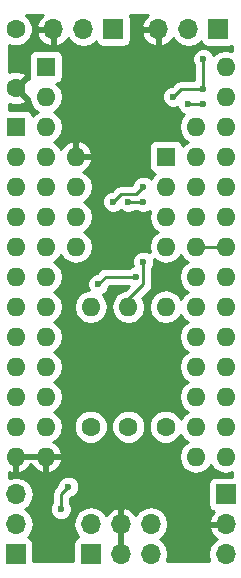
<source format=gbl>
G04 #@! TF.FileFunction,Copper,L2,Bot,Signal*
%FSLAX46Y46*%
G04 Gerber Fmt 4.6, Leading zero omitted, Abs format (unit mm)*
G04 Created by KiCad (PCBNEW 4.0.7) date 06/27/19 13:37:23*
%MOMM*%
%LPD*%
G01*
G04 APERTURE LIST*
%ADD10C,0.100000*%
%ADD11R,1.700000X1.700000*%
%ADD12O,1.700000X1.700000*%
%ADD13C,1.600000*%
%ADD14O,1.600000X1.600000*%
%ADD15R,1.600000X1.600000*%
%ADD16C,0.600000*%
%ADD17C,0.250000*%
%ADD18C,0.254000*%
G04 APERTURE END LIST*
D10*
D11*
X78105000Y-65405000D03*
D12*
X75565000Y-65405000D03*
X73025000Y-65405000D03*
D11*
X86995000Y-65405000D03*
D12*
X84455000Y-65405000D03*
X81915000Y-65405000D03*
D13*
X76200000Y-99060000D03*
D14*
X76200000Y-88900000D03*
D13*
X79375000Y-99060000D03*
D14*
X79375000Y-88900000D03*
D13*
X69850000Y-65405000D03*
X69850000Y-70405000D03*
D11*
X76200000Y-109855000D03*
D12*
X76200000Y-107315000D03*
X78740000Y-109855000D03*
X78740000Y-107315000D03*
X81280000Y-109855000D03*
X81280000Y-107315000D03*
D13*
X82550000Y-99060000D03*
D14*
X82550000Y-88900000D03*
D15*
X82550000Y-76200000D03*
D14*
X74930000Y-83820000D03*
X82550000Y-78740000D03*
X74930000Y-81280000D03*
X82550000Y-81280000D03*
X74930000Y-78740000D03*
X82550000Y-83820000D03*
X74930000Y-76200000D03*
D15*
X69850000Y-73660000D03*
D14*
X85090000Y-101600000D03*
X69850000Y-76200000D03*
X85090000Y-99060000D03*
X69850000Y-78740000D03*
X85090000Y-96520000D03*
X69850000Y-81280000D03*
X85090000Y-93980000D03*
X69850000Y-83820000D03*
X85090000Y-91440000D03*
X69850000Y-86360000D03*
X85090000Y-88900000D03*
X69850000Y-88900000D03*
X85090000Y-86360000D03*
X69850000Y-91440000D03*
X85090000Y-83820000D03*
X69850000Y-93980000D03*
X85090000Y-81280000D03*
X69850000Y-96520000D03*
X85090000Y-78740000D03*
X69850000Y-99060000D03*
X85090000Y-76200000D03*
X69850000Y-101600000D03*
X85090000Y-73660000D03*
D15*
X72390000Y-68580000D03*
D14*
X87630000Y-101600000D03*
X72390000Y-71120000D03*
X87630000Y-99060000D03*
X72390000Y-73660000D03*
X87630000Y-96520000D03*
X72390000Y-76200000D03*
X87630000Y-93980000D03*
X72390000Y-78740000D03*
X87630000Y-91440000D03*
X72390000Y-81280000D03*
X87630000Y-88900000D03*
X72390000Y-83820000D03*
X87630000Y-86360000D03*
X72390000Y-86360000D03*
X87630000Y-83820000D03*
X72390000Y-88900000D03*
X87630000Y-81280000D03*
X72390000Y-91440000D03*
X87630000Y-78740000D03*
X72390000Y-93980000D03*
X87630000Y-76200000D03*
X72390000Y-96520000D03*
X87630000Y-73660000D03*
X72390000Y-99060000D03*
X87630000Y-71120000D03*
X72390000Y-101600000D03*
X87630000Y-68580000D03*
D11*
X87630000Y-104775000D03*
D12*
X87630000Y-107315000D03*
X87630000Y-109855000D03*
D11*
X69850000Y-109855000D03*
D12*
X69850000Y-107315000D03*
X69850000Y-104775000D03*
D16*
X83185000Y-90805000D03*
X80645000Y-85090000D03*
X85725000Y-71755000D03*
X84455000Y-71755000D03*
X78105000Y-80010000D03*
X80645000Y-78740000D03*
X83185000Y-71120000D03*
X85725000Y-67945000D03*
X85725000Y-70485000D03*
X79375000Y-80010000D03*
X80645000Y-80010000D03*
X73660000Y-106045000D03*
X74295000Y-104140000D03*
X80010000Y-86360000D03*
X76835000Y-86995000D03*
D17*
X79375000Y-88265000D02*
X80645000Y-86995000D01*
X79375000Y-88900000D02*
X79375000Y-88265000D01*
X80645000Y-86995000D02*
X80645000Y-85090000D01*
X85725000Y-71755000D02*
X84455000Y-71755000D01*
X78105000Y-80010000D02*
X78740000Y-79375000D01*
X78740000Y-79375000D02*
X80010000Y-79375000D01*
X80010000Y-79375000D02*
X80645000Y-78740000D01*
X83185000Y-71120000D02*
X83820000Y-70485000D01*
X83820000Y-70485000D02*
X85725000Y-70485000D01*
X85725000Y-67945000D02*
X85725000Y-70485000D01*
X87630000Y-83820000D02*
X86360000Y-83820000D01*
X86360000Y-83820000D02*
X85090000Y-83820000D01*
X86995000Y-83820000D02*
X87630000Y-83820000D01*
X80645000Y-80010000D02*
X79375000Y-80010000D01*
X73660000Y-104775000D02*
X73660000Y-106045000D01*
X74295000Y-104140000D02*
X73660000Y-104775000D01*
X80010000Y-86360000D02*
X77470000Y-86360000D01*
X77470000Y-86360000D02*
X76835000Y-86995000D01*
D18*
G36*
X71829817Y-64523642D02*
X71583514Y-65048108D01*
X71704181Y-65278000D01*
X72898000Y-65278000D01*
X72898000Y-65258000D01*
X73152000Y-65258000D01*
X73152000Y-65278000D01*
X73172000Y-65278000D01*
X73172000Y-65532000D01*
X73152000Y-65532000D01*
X73152000Y-66725155D01*
X73381890Y-66846476D01*
X73791924Y-66676645D01*
X74220183Y-66286358D01*
X74287298Y-66143447D01*
X74514946Y-66484147D01*
X74996715Y-66806054D01*
X75565000Y-66919093D01*
X76133285Y-66806054D01*
X76615054Y-66484147D01*
X76642850Y-66442548D01*
X76651838Y-66490317D01*
X76790910Y-66706441D01*
X77003110Y-66851431D01*
X77255000Y-66902440D01*
X78955000Y-66902440D01*
X79190317Y-66858162D01*
X79406441Y-66719090D01*
X79551431Y-66506890D01*
X79602440Y-66255000D01*
X79602440Y-65761892D01*
X80473514Y-65761892D01*
X80719817Y-66286358D01*
X81148076Y-66676645D01*
X81558110Y-66846476D01*
X81788000Y-66725155D01*
X81788000Y-65532000D01*
X80594181Y-65532000D01*
X80473514Y-65761892D01*
X79602440Y-65761892D01*
X79602440Y-64555000D01*
X79558162Y-64319683D01*
X79487583Y-64210000D01*
X81063974Y-64210000D01*
X80719817Y-64523642D01*
X80473514Y-65048108D01*
X80594181Y-65278000D01*
X81788000Y-65278000D01*
X81788000Y-65258000D01*
X82042000Y-65258000D01*
X82042000Y-65278000D01*
X82062000Y-65278000D01*
X82062000Y-65532000D01*
X82042000Y-65532000D01*
X82042000Y-66725155D01*
X82271890Y-66846476D01*
X82681924Y-66676645D01*
X83110183Y-66286358D01*
X83177298Y-66143447D01*
X83404946Y-66484147D01*
X83886715Y-66806054D01*
X84455000Y-66919093D01*
X85023285Y-66806054D01*
X85505054Y-66484147D01*
X85532850Y-66442548D01*
X85541838Y-66490317D01*
X85680910Y-66706441D01*
X85893110Y-66851431D01*
X86145000Y-66902440D01*
X87845000Y-66902440D01*
X88080317Y-66858162D01*
X88190000Y-66787583D01*
X88190000Y-67250799D01*
X87658113Y-67145000D01*
X87601887Y-67145000D01*
X87052736Y-67254233D01*
X86587189Y-67565302D01*
X86582613Y-67572150D01*
X86518117Y-67416057D01*
X86255327Y-67152808D01*
X85911799Y-67010162D01*
X85539833Y-67009838D01*
X85196057Y-67151883D01*
X84932808Y-67414673D01*
X84790162Y-67758201D01*
X84789838Y-68130167D01*
X84931883Y-68473943D01*
X84965000Y-68507118D01*
X84965000Y-69725000D01*
X83820000Y-69725000D01*
X83529161Y-69782852D01*
X83282599Y-69947599D01*
X83045320Y-70184878D01*
X82999833Y-70184838D01*
X82656057Y-70326883D01*
X82392808Y-70589673D01*
X82250162Y-70933201D01*
X82249838Y-71305167D01*
X82391883Y-71648943D01*
X82654673Y-71912192D01*
X82998201Y-72054838D01*
X83370167Y-72055162D01*
X83538597Y-71985568D01*
X83661883Y-72283943D01*
X83924673Y-72547192D01*
X84090789Y-72616170D01*
X84047189Y-72645302D01*
X83736120Y-73110849D01*
X83626887Y-73660000D01*
X83736120Y-74209151D01*
X84047189Y-74674698D01*
X84429275Y-74930000D01*
X84047189Y-75185302D01*
X83976850Y-75290572D01*
X83953162Y-75164683D01*
X83814090Y-74948559D01*
X83601890Y-74803569D01*
X83350000Y-74752560D01*
X81750000Y-74752560D01*
X81514683Y-74796838D01*
X81298559Y-74935910D01*
X81153569Y-75148110D01*
X81102560Y-75400000D01*
X81102560Y-77000000D01*
X81146838Y-77235317D01*
X81285910Y-77451441D01*
X81498110Y-77596431D01*
X81653089Y-77627815D01*
X81507189Y-77725302D01*
X81285063Y-78057736D01*
X81175327Y-77947808D01*
X80831799Y-77805162D01*
X80459833Y-77804838D01*
X80116057Y-77946883D01*
X79852808Y-78209673D01*
X79710162Y-78553201D01*
X79710121Y-78600077D01*
X79695198Y-78615000D01*
X78740000Y-78615000D01*
X78449161Y-78672852D01*
X78202599Y-78837599D01*
X77965320Y-79074878D01*
X77919833Y-79074838D01*
X77576057Y-79216883D01*
X77312808Y-79479673D01*
X77170162Y-79823201D01*
X77169838Y-80195167D01*
X77311883Y-80538943D01*
X77574673Y-80802192D01*
X77918201Y-80944838D01*
X78290167Y-80945162D01*
X78633943Y-80803117D01*
X78739954Y-80697290D01*
X78844673Y-80802192D01*
X79188201Y-80944838D01*
X79560167Y-80945162D01*
X79903943Y-80803117D01*
X79937118Y-80770000D01*
X80082537Y-80770000D01*
X80114673Y-80802192D01*
X80458201Y-80944838D01*
X80830167Y-80945162D01*
X81173943Y-80803117D01*
X81183678Y-80793399D01*
X81086887Y-81280000D01*
X81196120Y-81829151D01*
X81507189Y-82294698D01*
X81889275Y-82550000D01*
X81507189Y-82805302D01*
X81196120Y-83270849D01*
X81086887Y-83820000D01*
X81183572Y-84306067D01*
X81175327Y-84297808D01*
X80831799Y-84155162D01*
X80459833Y-84154838D01*
X80116057Y-84296883D01*
X79852808Y-84559673D01*
X79710162Y-84903201D01*
X79709838Y-85275167D01*
X79779432Y-85443597D01*
X79481057Y-85566883D01*
X79447882Y-85600000D01*
X77470000Y-85600000D01*
X77179161Y-85657852D01*
X76932599Y-85822599D01*
X76695320Y-86059878D01*
X76649833Y-86059838D01*
X76306057Y-86201883D01*
X76042808Y-86464673D01*
X75900162Y-86808201D01*
X75899838Y-87180167D01*
X76020653Y-87472561D01*
X75650849Y-87546120D01*
X75185302Y-87857189D01*
X74874233Y-88322736D01*
X74765000Y-88871887D01*
X74765000Y-88928113D01*
X74874233Y-89477264D01*
X75185302Y-89942811D01*
X75650849Y-90253880D01*
X76200000Y-90363113D01*
X76749151Y-90253880D01*
X77214698Y-89942811D01*
X77525767Y-89477264D01*
X77635000Y-88928113D01*
X77635000Y-88871887D01*
X77525767Y-88322736D01*
X77214698Y-87857189D01*
X77207850Y-87852613D01*
X77363943Y-87788117D01*
X77627192Y-87525327D01*
X77769838Y-87181799D01*
X77769879Y-87134923D01*
X77784802Y-87120000D01*
X79445198Y-87120000D01*
X79067057Y-87498141D01*
X78825849Y-87546120D01*
X78360302Y-87857189D01*
X78049233Y-88322736D01*
X77940000Y-88871887D01*
X77940000Y-88928113D01*
X78049233Y-89477264D01*
X78360302Y-89942811D01*
X78825849Y-90253880D01*
X79375000Y-90363113D01*
X79924151Y-90253880D01*
X80389698Y-89942811D01*
X80700767Y-89477264D01*
X80810000Y-88928113D01*
X80810000Y-88871887D01*
X80700767Y-88322736D01*
X80577119Y-88137683D01*
X81182401Y-87532401D01*
X81347148Y-87285840D01*
X81405000Y-86995000D01*
X81405000Y-85652463D01*
X81437192Y-85620327D01*
X81579838Y-85276799D01*
X81580162Y-84904833D01*
X81567961Y-84875305D01*
X81972736Y-85145767D01*
X82521887Y-85255000D01*
X82578113Y-85255000D01*
X83127264Y-85145767D01*
X83592811Y-84834698D01*
X83820000Y-84494686D01*
X84047189Y-84834698D01*
X84429275Y-85090000D01*
X84047189Y-85345302D01*
X83736120Y-85810849D01*
X83626887Y-86360000D01*
X83736120Y-86909151D01*
X84047189Y-87374698D01*
X84429275Y-87630000D01*
X84047189Y-87885302D01*
X83815336Y-88232294D01*
X83564698Y-87857189D01*
X83099151Y-87546120D01*
X82550000Y-87436887D01*
X82000849Y-87546120D01*
X81535302Y-87857189D01*
X81224233Y-88322736D01*
X81115000Y-88871887D01*
X81115000Y-88928113D01*
X81224233Y-89477264D01*
X81535302Y-89942811D01*
X82000849Y-90253880D01*
X82550000Y-90363113D01*
X83099151Y-90253880D01*
X83564698Y-89942811D01*
X83815336Y-89567706D01*
X84047189Y-89914698D01*
X84429275Y-90170000D01*
X84047189Y-90425302D01*
X83736120Y-90890849D01*
X83626887Y-91440000D01*
X83736120Y-91989151D01*
X84047189Y-92454698D01*
X84429275Y-92710000D01*
X84047189Y-92965302D01*
X83736120Y-93430849D01*
X83626887Y-93980000D01*
X83736120Y-94529151D01*
X84047189Y-94994698D01*
X84429275Y-95250000D01*
X84047189Y-95505302D01*
X83736120Y-95970849D01*
X83626887Y-96520000D01*
X83736120Y-97069151D01*
X84047189Y-97534698D01*
X84429275Y-97790000D01*
X84047189Y-98045302D01*
X83822408Y-98381710D01*
X83767243Y-98248200D01*
X83363923Y-97844176D01*
X82836691Y-97625250D01*
X82265813Y-97624752D01*
X81738200Y-97842757D01*
X81334176Y-98246077D01*
X81115250Y-98773309D01*
X81114752Y-99344187D01*
X81332757Y-99871800D01*
X81736077Y-100275824D01*
X82263309Y-100494750D01*
X82834187Y-100495248D01*
X83361800Y-100277243D01*
X83765824Y-99873923D01*
X83822245Y-99738046D01*
X84047189Y-100074698D01*
X84429275Y-100330000D01*
X84047189Y-100585302D01*
X83736120Y-101050849D01*
X83626887Y-101600000D01*
X83736120Y-102149151D01*
X84047189Y-102614698D01*
X84512736Y-102925767D01*
X85061887Y-103035000D01*
X85118113Y-103035000D01*
X85667264Y-102925767D01*
X86132811Y-102614698D01*
X86360000Y-102274686D01*
X86587189Y-102614698D01*
X87052736Y-102925767D01*
X87601887Y-103035000D01*
X87658113Y-103035000D01*
X88190000Y-102929201D01*
X88190000Y-103277560D01*
X86780000Y-103277560D01*
X86544683Y-103321838D01*
X86328559Y-103460910D01*
X86183569Y-103673110D01*
X86132560Y-103925000D01*
X86132560Y-105625000D01*
X86176838Y-105860317D01*
X86315910Y-106076441D01*
X86528110Y-106221431D01*
X86636107Y-106243301D01*
X86358355Y-106548076D01*
X86188524Y-106958110D01*
X86309845Y-107188000D01*
X87503000Y-107188000D01*
X87503000Y-107168000D01*
X87757000Y-107168000D01*
X87757000Y-107188000D01*
X87777000Y-107188000D01*
X87777000Y-107442000D01*
X87757000Y-107442000D01*
X87757000Y-107462000D01*
X87503000Y-107462000D01*
X87503000Y-107442000D01*
X86309845Y-107442000D01*
X86188524Y-107671890D01*
X86358355Y-108081924D01*
X86748642Y-108510183D01*
X86891553Y-108577298D01*
X86550853Y-108804946D01*
X86228946Y-109286715D01*
X86115907Y-109855000D01*
X86227298Y-110415000D01*
X82659396Y-110415000D01*
X82765000Y-109884093D01*
X82765000Y-109825907D01*
X82651961Y-109257622D01*
X82330054Y-108775853D01*
X82044422Y-108585000D01*
X82330054Y-108394147D01*
X82651961Y-107912378D01*
X82765000Y-107344093D01*
X82765000Y-107285907D01*
X82651961Y-106717622D01*
X82330054Y-106235853D01*
X81848285Y-105913946D01*
X81280000Y-105800907D01*
X80711715Y-105913946D01*
X80229946Y-106235853D01*
X80002298Y-106576553D01*
X79935183Y-106433642D01*
X79506924Y-106043355D01*
X79096890Y-105873524D01*
X78867000Y-105994845D01*
X78867000Y-107188000D01*
X78887000Y-107188000D01*
X78887000Y-107442000D01*
X78867000Y-107442000D01*
X78867000Y-109728000D01*
X78887000Y-109728000D01*
X78887000Y-109982000D01*
X78867000Y-109982000D01*
X78867000Y-110002000D01*
X78613000Y-110002000D01*
X78613000Y-109982000D01*
X78593000Y-109982000D01*
X78593000Y-109728000D01*
X78613000Y-109728000D01*
X78613000Y-107442000D01*
X78593000Y-107442000D01*
X78593000Y-107188000D01*
X78613000Y-107188000D01*
X78613000Y-105994845D01*
X78383110Y-105873524D01*
X77973076Y-106043355D01*
X77544817Y-106433642D01*
X77477702Y-106576553D01*
X77250054Y-106235853D01*
X76768285Y-105913946D01*
X76200000Y-105800907D01*
X75631715Y-105913946D01*
X75149946Y-106235853D01*
X74828039Y-106717622D01*
X74715000Y-107285907D01*
X74715000Y-107344093D01*
X74828039Y-107912378D01*
X75149946Y-108394147D01*
X75151179Y-108394971D01*
X75114683Y-108401838D01*
X74898559Y-108540910D01*
X74753569Y-108753110D01*
X74702560Y-109005000D01*
X74702560Y-110415000D01*
X71347440Y-110415000D01*
X71347440Y-109005000D01*
X71303162Y-108769683D01*
X71164090Y-108553559D01*
X70951890Y-108408569D01*
X70884459Y-108394914D01*
X70929147Y-108365054D01*
X71251054Y-107883285D01*
X71364093Y-107315000D01*
X71251054Y-106746715D01*
X70929147Y-106264946D01*
X70877097Y-106230167D01*
X72724838Y-106230167D01*
X72866883Y-106573943D01*
X73129673Y-106837192D01*
X73473201Y-106979838D01*
X73845167Y-106980162D01*
X74188943Y-106838117D01*
X74452192Y-106575327D01*
X74594838Y-106231799D01*
X74595162Y-105859833D01*
X74453117Y-105516057D01*
X74420000Y-105482882D01*
X74420000Y-105089802D01*
X74434680Y-105075122D01*
X74480167Y-105075162D01*
X74823943Y-104933117D01*
X75087192Y-104670327D01*
X75229838Y-104326799D01*
X75230162Y-103954833D01*
X75088117Y-103611057D01*
X74825327Y-103347808D01*
X74481799Y-103205162D01*
X74109833Y-103204838D01*
X73766057Y-103346883D01*
X73502808Y-103609673D01*
X73360162Y-103953201D01*
X73360121Y-104000077D01*
X73122599Y-104237599D01*
X72957852Y-104484161D01*
X72900000Y-104775000D01*
X72900000Y-105482537D01*
X72867808Y-105514673D01*
X72725162Y-105858201D01*
X72724838Y-106230167D01*
X70877097Y-106230167D01*
X70599974Y-106045000D01*
X70929147Y-105825054D01*
X71251054Y-105343285D01*
X71364093Y-104775000D01*
X71251054Y-104206715D01*
X70929147Y-103724946D01*
X70447378Y-103403039D01*
X69879093Y-103290000D01*
X69820907Y-103290000D01*
X69290000Y-103395604D01*
X69290000Y-102892071D01*
X69500959Y-102991914D01*
X69723000Y-102870629D01*
X69723000Y-101727000D01*
X69977000Y-101727000D01*
X69977000Y-102870629D01*
X70199041Y-102991914D01*
X70705134Y-102752389D01*
X71081041Y-102337423D01*
X71120000Y-102243361D01*
X71158959Y-102337423D01*
X71534866Y-102752389D01*
X72040959Y-102991914D01*
X72263000Y-102870629D01*
X72263000Y-101727000D01*
X72517000Y-101727000D01*
X72517000Y-102870629D01*
X72739041Y-102991914D01*
X73245134Y-102752389D01*
X73621041Y-102337423D01*
X73781904Y-101949039D01*
X73659915Y-101727000D01*
X72517000Y-101727000D01*
X72263000Y-101727000D01*
X71120085Y-101727000D01*
X71120000Y-101727155D01*
X71119915Y-101727000D01*
X69977000Y-101727000D01*
X69723000Y-101727000D01*
X69703000Y-101727000D01*
X69703000Y-101473000D01*
X69723000Y-101473000D01*
X69723000Y-101453000D01*
X69977000Y-101453000D01*
X69977000Y-101473000D01*
X71119915Y-101473000D01*
X71120000Y-101472845D01*
X71120085Y-101473000D01*
X72263000Y-101473000D01*
X72263000Y-101453000D01*
X72517000Y-101453000D01*
X72517000Y-101473000D01*
X73659915Y-101473000D01*
X73781904Y-101250961D01*
X73621041Y-100862577D01*
X73245134Y-100447611D01*
X73028297Y-100344986D01*
X73432811Y-100074698D01*
X73743880Y-99609151D01*
X73796584Y-99344187D01*
X74764752Y-99344187D01*
X74982757Y-99871800D01*
X75386077Y-100275824D01*
X75913309Y-100494750D01*
X76484187Y-100495248D01*
X77011800Y-100277243D01*
X77415824Y-99873923D01*
X77634750Y-99346691D01*
X77634752Y-99344187D01*
X77939752Y-99344187D01*
X78157757Y-99871800D01*
X78561077Y-100275824D01*
X79088309Y-100494750D01*
X79659187Y-100495248D01*
X80186800Y-100277243D01*
X80590824Y-99873923D01*
X80809750Y-99346691D01*
X80810248Y-98775813D01*
X80592243Y-98248200D01*
X80188923Y-97844176D01*
X79661691Y-97625250D01*
X79090813Y-97624752D01*
X78563200Y-97842757D01*
X78159176Y-98246077D01*
X77940250Y-98773309D01*
X77939752Y-99344187D01*
X77634752Y-99344187D01*
X77635248Y-98775813D01*
X77417243Y-98248200D01*
X77013923Y-97844176D01*
X76486691Y-97625250D01*
X75915813Y-97624752D01*
X75388200Y-97842757D01*
X74984176Y-98246077D01*
X74765250Y-98773309D01*
X74764752Y-99344187D01*
X73796584Y-99344187D01*
X73853113Y-99060000D01*
X73743880Y-98510849D01*
X73432811Y-98045302D01*
X73050725Y-97790000D01*
X73432811Y-97534698D01*
X73743880Y-97069151D01*
X73853113Y-96520000D01*
X73743880Y-95970849D01*
X73432811Y-95505302D01*
X73050725Y-95250000D01*
X73432811Y-94994698D01*
X73743880Y-94529151D01*
X73853113Y-93980000D01*
X73743880Y-93430849D01*
X73432811Y-92965302D01*
X73050725Y-92710000D01*
X73432811Y-92454698D01*
X73743880Y-91989151D01*
X73853113Y-91440000D01*
X73743880Y-90890849D01*
X73432811Y-90425302D01*
X73050725Y-90170000D01*
X73432811Y-89914698D01*
X73743880Y-89449151D01*
X73853113Y-88900000D01*
X73743880Y-88350849D01*
X73432811Y-87885302D01*
X73050725Y-87630000D01*
X73432811Y-87374698D01*
X73743880Y-86909151D01*
X73853113Y-86360000D01*
X73743880Y-85810849D01*
X73432811Y-85345302D01*
X73050725Y-85090000D01*
X73432811Y-84834698D01*
X73660000Y-84494686D01*
X73887189Y-84834698D01*
X74352736Y-85145767D01*
X74901887Y-85255000D01*
X74958113Y-85255000D01*
X75507264Y-85145767D01*
X75972811Y-84834698D01*
X76283880Y-84369151D01*
X76393113Y-83820000D01*
X76283880Y-83270849D01*
X75972811Y-82805302D01*
X75590725Y-82550000D01*
X75972811Y-82294698D01*
X76283880Y-81829151D01*
X76393113Y-81280000D01*
X76283880Y-80730849D01*
X75972811Y-80265302D01*
X75590725Y-80010000D01*
X75972811Y-79754698D01*
X76283880Y-79289151D01*
X76393113Y-78740000D01*
X76283880Y-78190849D01*
X75972811Y-77725302D01*
X75568297Y-77455014D01*
X75785134Y-77352389D01*
X76161041Y-76937423D01*
X76321904Y-76549039D01*
X76199915Y-76327000D01*
X75057000Y-76327000D01*
X75057000Y-76347000D01*
X74803000Y-76347000D01*
X74803000Y-76327000D01*
X74783000Y-76327000D01*
X74783000Y-76073000D01*
X74803000Y-76073000D01*
X74803000Y-74929371D01*
X75057000Y-74929371D01*
X75057000Y-76073000D01*
X76199915Y-76073000D01*
X76321904Y-75850961D01*
X76161041Y-75462577D01*
X75785134Y-75047611D01*
X75279041Y-74808086D01*
X75057000Y-74929371D01*
X74803000Y-74929371D01*
X74580959Y-74808086D01*
X74074866Y-75047611D01*
X73698959Y-75462577D01*
X73668009Y-75537301D01*
X73432811Y-75185302D01*
X73050725Y-74930000D01*
X73432811Y-74674698D01*
X73743880Y-74209151D01*
X73853113Y-73660000D01*
X73743880Y-73110849D01*
X73432811Y-72645302D01*
X73050725Y-72390000D01*
X73432811Y-72134698D01*
X73743880Y-71669151D01*
X73853113Y-71120000D01*
X73743880Y-70570849D01*
X73432811Y-70105302D01*
X73288535Y-70008899D01*
X73425317Y-69983162D01*
X73641441Y-69844090D01*
X73786431Y-69631890D01*
X73837440Y-69380000D01*
X73837440Y-67780000D01*
X73793162Y-67544683D01*
X73654090Y-67328559D01*
X73441890Y-67183569D01*
X73190000Y-67132560D01*
X71590000Y-67132560D01*
X71354683Y-67176838D01*
X71138559Y-67315910D01*
X70993569Y-67528110D01*
X70942560Y-67780000D01*
X70942560Y-69380000D01*
X70986838Y-69615317D01*
X70987180Y-69615848D01*
X70857745Y-69576861D01*
X70029605Y-70405000D01*
X70857745Y-71233139D01*
X70944211Y-71207094D01*
X71036120Y-71669151D01*
X71347189Y-72134698D01*
X71729275Y-72390000D01*
X71347189Y-72645302D01*
X71276850Y-72750572D01*
X71253162Y-72624683D01*
X71114090Y-72408559D01*
X70901890Y-72263569D01*
X70650000Y-72212560D01*
X69290000Y-72212560D01*
X69290000Y-71728597D01*
X69633223Y-71851965D01*
X70203454Y-71824778D01*
X70604005Y-71658864D01*
X70678139Y-71412745D01*
X69850000Y-70584605D01*
X69835858Y-70598748D01*
X69656253Y-70419143D01*
X69670395Y-70405000D01*
X69656253Y-70390858D01*
X69835858Y-70211252D01*
X69850000Y-70225395D01*
X70678139Y-69397255D01*
X70604005Y-69151136D01*
X70066777Y-68958035D01*
X69496546Y-68985222D01*
X69290000Y-69070776D01*
X69290000Y-66726262D01*
X69563309Y-66839750D01*
X70134187Y-66840248D01*
X70661800Y-66622243D01*
X71065824Y-66218923D01*
X71255599Y-65761892D01*
X71583514Y-65761892D01*
X71829817Y-66286358D01*
X72258076Y-66676645D01*
X72668110Y-66846476D01*
X72898000Y-66725155D01*
X72898000Y-65532000D01*
X71704181Y-65532000D01*
X71583514Y-65761892D01*
X71255599Y-65761892D01*
X71284750Y-65691691D01*
X71285248Y-65120813D01*
X71067243Y-64593200D01*
X70684711Y-64210000D01*
X72173974Y-64210000D01*
X71829817Y-64523642D01*
X71829817Y-64523642D01*
G37*
X71829817Y-64523642D02*
X71583514Y-65048108D01*
X71704181Y-65278000D01*
X72898000Y-65278000D01*
X72898000Y-65258000D01*
X73152000Y-65258000D01*
X73152000Y-65278000D01*
X73172000Y-65278000D01*
X73172000Y-65532000D01*
X73152000Y-65532000D01*
X73152000Y-66725155D01*
X73381890Y-66846476D01*
X73791924Y-66676645D01*
X74220183Y-66286358D01*
X74287298Y-66143447D01*
X74514946Y-66484147D01*
X74996715Y-66806054D01*
X75565000Y-66919093D01*
X76133285Y-66806054D01*
X76615054Y-66484147D01*
X76642850Y-66442548D01*
X76651838Y-66490317D01*
X76790910Y-66706441D01*
X77003110Y-66851431D01*
X77255000Y-66902440D01*
X78955000Y-66902440D01*
X79190317Y-66858162D01*
X79406441Y-66719090D01*
X79551431Y-66506890D01*
X79602440Y-66255000D01*
X79602440Y-65761892D01*
X80473514Y-65761892D01*
X80719817Y-66286358D01*
X81148076Y-66676645D01*
X81558110Y-66846476D01*
X81788000Y-66725155D01*
X81788000Y-65532000D01*
X80594181Y-65532000D01*
X80473514Y-65761892D01*
X79602440Y-65761892D01*
X79602440Y-64555000D01*
X79558162Y-64319683D01*
X79487583Y-64210000D01*
X81063974Y-64210000D01*
X80719817Y-64523642D01*
X80473514Y-65048108D01*
X80594181Y-65278000D01*
X81788000Y-65278000D01*
X81788000Y-65258000D01*
X82042000Y-65258000D01*
X82042000Y-65278000D01*
X82062000Y-65278000D01*
X82062000Y-65532000D01*
X82042000Y-65532000D01*
X82042000Y-66725155D01*
X82271890Y-66846476D01*
X82681924Y-66676645D01*
X83110183Y-66286358D01*
X83177298Y-66143447D01*
X83404946Y-66484147D01*
X83886715Y-66806054D01*
X84455000Y-66919093D01*
X85023285Y-66806054D01*
X85505054Y-66484147D01*
X85532850Y-66442548D01*
X85541838Y-66490317D01*
X85680910Y-66706441D01*
X85893110Y-66851431D01*
X86145000Y-66902440D01*
X87845000Y-66902440D01*
X88080317Y-66858162D01*
X88190000Y-66787583D01*
X88190000Y-67250799D01*
X87658113Y-67145000D01*
X87601887Y-67145000D01*
X87052736Y-67254233D01*
X86587189Y-67565302D01*
X86582613Y-67572150D01*
X86518117Y-67416057D01*
X86255327Y-67152808D01*
X85911799Y-67010162D01*
X85539833Y-67009838D01*
X85196057Y-67151883D01*
X84932808Y-67414673D01*
X84790162Y-67758201D01*
X84789838Y-68130167D01*
X84931883Y-68473943D01*
X84965000Y-68507118D01*
X84965000Y-69725000D01*
X83820000Y-69725000D01*
X83529161Y-69782852D01*
X83282599Y-69947599D01*
X83045320Y-70184878D01*
X82999833Y-70184838D01*
X82656057Y-70326883D01*
X82392808Y-70589673D01*
X82250162Y-70933201D01*
X82249838Y-71305167D01*
X82391883Y-71648943D01*
X82654673Y-71912192D01*
X82998201Y-72054838D01*
X83370167Y-72055162D01*
X83538597Y-71985568D01*
X83661883Y-72283943D01*
X83924673Y-72547192D01*
X84090789Y-72616170D01*
X84047189Y-72645302D01*
X83736120Y-73110849D01*
X83626887Y-73660000D01*
X83736120Y-74209151D01*
X84047189Y-74674698D01*
X84429275Y-74930000D01*
X84047189Y-75185302D01*
X83976850Y-75290572D01*
X83953162Y-75164683D01*
X83814090Y-74948559D01*
X83601890Y-74803569D01*
X83350000Y-74752560D01*
X81750000Y-74752560D01*
X81514683Y-74796838D01*
X81298559Y-74935910D01*
X81153569Y-75148110D01*
X81102560Y-75400000D01*
X81102560Y-77000000D01*
X81146838Y-77235317D01*
X81285910Y-77451441D01*
X81498110Y-77596431D01*
X81653089Y-77627815D01*
X81507189Y-77725302D01*
X81285063Y-78057736D01*
X81175327Y-77947808D01*
X80831799Y-77805162D01*
X80459833Y-77804838D01*
X80116057Y-77946883D01*
X79852808Y-78209673D01*
X79710162Y-78553201D01*
X79710121Y-78600077D01*
X79695198Y-78615000D01*
X78740000Y-78615000D01*
X78449161Y-78672852D01*
X78202599Y-78837599D01*
X77965320Y-79074878D01*
X77919833Y-79074838D01*
X77576057Y-79216883D01*
X77312808Y-79479673D01*
X77170162Y-79823201D01*
X77169838Y-80195167D01*
X77311883Y-80538943D01*
X77574673Y-80802192D01*
X77918201Y-80944838D01*
X78290167Y-80945162D01*
X78633943Y-80803117D01*
X78739954Y-80697290D01*
X78844673Y-80802192D01*
X79188201Y-80944838D01*
X79560167Y-80945162D01*
X79903943Y-80803117D01*
X79937118Y-80770000D01*
X80082537Y-80770000D01*
X80114673Y-80802192D01*
X80458201Y-80944838D01*
X80830167Y-80945162D01*
X81173943Y-80803117D01*
X81183678Y-80793399D01*
X81086887Y-81280000D01*
X81196120Y-81829151D01*
X81507189Y-82294698D01*
X81889275Y-82550000D01*
X81507189Y-82805302D01*
X81196120Y-83270849D01*
X81086887Y-83820000D01*
X81183572Y-84306067D01*
X81175327Y-84297808D01*
X80831799Y-84155162D01*
X80459833Y-84154838D01*
X80116057Y-84296883D01*
X79852808Y-84559673D01*
X79710162Y-84903201D01*
X79709838Y-85275167D01*
X79779432Y-85443597D01*
X79481057Y-85566883D01*
X79447882Y-85600000D01*
X77470000Y-85600000D01*
X77179161Y-85657852D01*
X76932599Y-85822599D01*
X76695320Y-86059878D01*
X76649833Y-86059838D01*
X76306057Y-86201883D01*
X76042808Y-86464673D01*
X75900162Y-86808201D01*
X75899838Y-87180167D01*
X76020653Y-87472561D01*
X75650849Y-87546120D01*
X75185302Y-87857189D01*
X74874233Y-88322736D01*
X74765000Y-88871887D01*
X74765000Y-88928113D01*
X74874233Y-89477264D01*
X75185302Y-89942811D01*
X75650849Y-90253880D01*
X76200000Y-90363113D01*
X76749151Y-90253880D01*
X77214698Y-89942811D01*
X77525767Y-89477264D01*
X77635000Y-88928113D01*
X77635000Y-88871887D01*
X77525767Y-88322736D01*
X77214698Y-87857189D01*
X77207850Y-87852613D01*
X77363943Y-87788117D01*
X77627192Y-87525327D01*
X77769838Y-87181799D01*
X77769879Y-87134923D01*
X77784802Y-87120000D01*
X79445198Y-87120000D01*
X79067057Y-87498141D01*
X78825849Y-87546120D01*
X78360302Y-87857189D01*
X78049233Y-88322736D01*
X77940000Y-88871887D01*
X77940000Y-88928113D01*
X78049233Y-89477264D01*
X78360302Y-89942811D01*
X78825849Y-90253880D01*
X79375000Y-90363113D01*
X79924151Y-90253880D01*
X80389698Y-89942811D01*
X80700767Y-89477264D01*
X80810000Y-88928113D01*
X80810000Y-88871887D01*
X80700767Y-88322736D01*
X80577119Y-88137683D01*
X81182401Y-87532401D01*
X81347148Y-87285840D01*
X81405000Y-86995000D01*
X81405000Y-85652463D01*
X81437192Y-85620327D01*
X81579838Y-85276799D01*
X81580162Y-84904833D01*
X81567961Y-84875305D01*
X81972736Y-85145767D01*
X82521887Y-85255000D01*
X82578113Y-85255000D01*
X83127264Y-85145767D01*
X83592811Y-84834698D01*
X83820000Y-84494686D01*
X84047189Y-84834698D01*
X84429275Y-85090000D01*
X84047189Y-85345302D01*
X83736120Y-85810849D01*
X83626887Y-86360000D01*
X83736120Y-86909151D01*
X84047189Y-87374698D01*
X84429275Y-87630000D01*
X84047189Y-87885302D01*
X83815336Y-88232294D01*
X83564698Y-87857189D01*
X83099151Y-87546120D01*
X82550000Y-87436887D01*
X82000849Y-87546120D01*
X81535302Y-87857189D01*
X81224233Y-88322736D01*
X81115000Y-88871887D01*
X81115000Y-88928113D01*
X81224233Y-89477264D01*
X81535302Y-89942811D01*
X82000849Y-90253880D01*
X82550000Y-90363113D01*
X83099151Y-90253880D01*
X83564698Y-89942811D01*
X83815336Y-89567706D01*
X84047189Y-89914698D01*
X84429275Y-90170000D01*
X84047189Y-90425302D01*
X83736120Y-90890849D01*
X83626887Y-91440000D01*
X83736120Y-91989151D01*
X84047189Y-92454698D01*
X84429275Y-92710000D01*
X84047189Y-92965302D01*
X83736120Y-93430849D01*
X83626887Y-93980000D01*
X83736120Y-94529151D01*
X84047189Y-94994698D01*
X84429275Y-95250000D01*
X84047189Y-95505302D01*
X83736120Y-95970849D01*
X83626887Y-96520000D01*
X83736120Y-97069151D01*
X84047189Y-97534698D01*
X84429275Y-97790000D01*
X84047189Y-98045302D01*
X83822408Y-98381710D01*
X83767243Y-98248200D01*
X83363923Y-97844176D01*
X82836691Y-97625250D01*
X82265813Y-97624752D01*
X81738200Y-97842757D01*
X81334176Y-98246077D01*
X81115250Y-98773309D01*
X81114752Y-99344187D01*
X81332757Y-99871800D01*
X81736077Y-100275824D01*
X82263309Y-100494750D01*
X82834187Y-100495248D01*
X83361800Y-100277243D01*
X83765824Y-99873923D01*
X83822245Y-99738046D01*
X84047189Y-100074698D01*
X84429275Y-100330000D01*
X84047189Y-100585302D01*
X83736120Y-101050849D01*
X83626887Y-101600000D01*
X83736120Y-102149151D01*
X84047189Y-102614698D01*
X84512736Y-102925767D01*
X85061887Y-103035000D01*
X85118113Y-103035000D01*
X85667264Y-102925767D01*
X86132811Y-102614698D01*
X86360000Y-102274686D01*
X86587189Y-102614698D01*
X87052736Y-102925767D01*
X87601887Y-103035000D01*
X87658113Y-103035000D01*
X88190000Y-102929201D01*
X88190000Y-103277560D01*
X86780000Y-103277560D01*
X86544683Y-103321838D01*
X86328559Y-103460910D01*
X86183569Y-103673110D01*
X86132560Y-103925000D01*
X86132560Y-105625000D01*
X86176838Y-105860317D01*
X86315910Y-106076441D01*
X86528110Y-106221431D01*
X86636107Y-106243301D01*
X86358355Y-106548076D01*
X86188524Y-106958110D01*
X86309845Y-107188000D01*
X87503000Y-107188000D01*
X87503000Y-107168000D01*
X87757000Y-107168000D01*
X87757000Y-107188000D01*
X87777000Y-107188000D01*
X87777000Y-107442000D01*
X87757000Y-107442000D01*
X87757000Y-107462000D01*
X87503000Y-107462000D01*
X87503000Y-107442000D01*
X86309845Y-107442000D01*
X86188524Y-107671890D01*
X86358355Y-108081924D01*
X86748642Y-108510183D01*
X86891553Y-108577298D01*
X86550853Y-108804946D01*
X86228946Y-109286715D01*
X86115907Y-109855000D01*
X86227298Y-110415000D01*
X82659396Y-110415000D01*
X82765000Y-109884093D01*
X82765000Y-109825907D01*
X82651961Y-109257622D01*
X82330054Y-108775853D01*
X82044422Y-108585000D01*
X82330054Y-108394147D01*
X82651961Y-107912378D01*
X82765000Y-107344093D01*
X82765000Y-107285907D01*
X82651961Y-106717622D01*
X82330054Y-106235853D01*
X81848285Y-105913946D01*
X81280000Y-105800907D01*
X80711715Y-105913946D01*
X80229946Y-106235853D01*
X80002298Y-106576553D01*
X79935183Y-106433642D01*
X79506924Y-106043355D01*
X79096890Y-105873524D01*
X78867000Y-105994845D01*
X78867000Y-107188000D01*
X78887000Y-107188000D01*
X78887000Y-107442000D01*
X78867000Y-107442000D01*
X78867000Y-109728000D01*
X78887000Y-109728000D01*
X78887000Y-109982000D01*
X78867000Y-109982000D01*
X78867000Y-110002000D01*
X78613000Y-110002000D01*
X78613000Y-109982000D01*
X78593000Y-109982000D01*
X78593000Y-109728000D01*
X78613000Y-109728000D01*
X78613000Y-107442000D01*
X78593000Y-107442000D01*
X78593000Y-107188000D01*
X78613000Y-107188000D01*
X78613000Y-105994845D01*
X78383110Y-105873524D01*
X77973076Y-106043355D01*
X77544817Y-106433642D01*
X77477702Y-106576553D01*
X77250054Y-106235853D01*
X76768285Y-105913946D01*
X76200000Y-105800907D01*
X75631715Y-105913946D01*
X75149946Y-106235853D01*
X74828039Y-106717622D01*
X74715000Y-107285907D01*
X74715000Y-107344093D01*
X74828039Y-107912378D01*
X75149946Y-108394147D01*
X75151179Y-108394971D01*
X75114683Y-108401838D01*
X74898559Y-108540910D01*
X74753569Y-108753110D01*
X74702560Y-109005000D01*
X74702560Y-110415000D01*
X71347440Y-110415000D01*
X71347440Y-109005000D01*
X71303162Y-108769683D01*
X71164090Y-108553559D01*
X70951890Y-108408569D01*
X70884459Y-108394914D01*
X70929147Y-108365054D01*
X71251054Y-107883285D01*
X71364093Y-107315000D01*
X71251054Y-106746715D01*
X70929147Y-106264946D01*
X70877097Y-106230167D01*
X72724838Y-106230167D01*
X72866883Y-106573943D01*
X73129673Y-106837192D01*
X73473201Y-106979838D01*
X73845167Y-106980162D01*
X74188943Y-106838117D01*
X74452192Y-106575327D01*
X74594838Y-106231799D01*
X74595162Y-105859833D01*
X74453117Y-105516057D01*
X74420000Y-105482882D01*
X74420000Y-105089802D01*
X74434680Y-105075122D01*
X74480167Y-105075162D01*
X74823943Y-104933117D01*
X75087192Y-104670327D01*
X75229838Y-104326799D01*
X75230162Y-103954833D01*
X75088117Y-103611057D01*
X74825327Y-103347808D01*
X74481799Y-103205162D01*
X74109833Y-103204838D01*
X73766057Y-103346883D01*
X73502808Y-103609673D01*
X73360162Y-103953201D01*
X73360121Y-104000077D01*
X73122599Y-104237599D01*
X72957852Y-104484161D01*
X72900000Y-104775000D01*
X72900000Y-105482537D01*
X72867808Y-105514673D01*
X72725162Y-105858201D01*
X72724838Y-106230167D01*
X70877097Y-106230167D01*
X70599974Y-106045000D01*
X70929147Y-105825054D01*
X71251054Y-105343285D01*
X71364093Y-104775000D01*
X71251054Y-104206715D01*
X70929147Y-103724946D01*
X70447378Y-103403039D01*
X69879093Y-103290000D01*
X69820907Y-103290000D01*
X69290000Y-103395604D01*
X69290000Y-102892071D01*
X69500959Y-102991914D01*
X69723000Y-102870629D01*
X69723000Y-101727000D01*
X69977000Y-101727000D01*
X69977000Y-102870629D01*
X70199041Y-102991914D01*
X70705134Y-102752389D01*
X71081041Y-102337423D01*
X71120000Y-102243361D01*
X71158959Y-102337423D01*
X71534866Y-102752389D01*
X72040959Y-102991914D01*
X72263000Y-102870629D01*
X72263000Y-101727000D01*
X72517000Y-101727000D01*
X72517000Y-102870629D01*
X72739041Y-102991914D01*
X73245134Y-102752389D01*
X73621041Y-102337423D01*
X73781904Y-101949039D01*
X73659915Y-101727000D01*
X72517000Y-101727000D01*
X72263000Y-101727000D01*
X71120085Y-101727000D01*
X71120000Y-101727155D01*
X71119915Y-101727000D01*
X69977000Y-101727000D01*
X69723000Y-101727000D01*
X69703000Y-101727000D01*
X69703000Y-101473000D01*
X69723000Y-101473000D01*
X69723000Y-101453000D01*
X69977000Y-101453000D01*
X69977000Y-101473000D01*
X71119915Y-101473000D01*
X71120000Y-101472845D01*
X71120085Y-101473000D01*
X72263000Y-101473000D01*
X72263000Y-101453000D01*
X72517000Y-101453000D01*
X72517000Y-101473000D01*
X73659915Y-101473000D01*
X73781904Y-101250961D01*
X73621041Y-100862577D01*
X73245134Y-100447611D01*
X73028297Y-100344986D01*
X73432811Y-100074698D01*
X73743880Y-99609151D01*
X73796584Y-99344187D01*
X74764752Y-99344187D01*
X74982757Y-99871800D01*
X75386077Y-100275824D01*
X75913309Y-100494750D01*
X76484187Y-100495248D01*
X77011800Y-100277243D01*
X77415824Y-99873923D01*
X77634750Y-99346691D01*
X77634752Y-99344187D01*
X77939752Y-99344187D01*
X78157757Y-99871800D01*
X78561077Y-100275824D01*
X79088309Y-100494750D01*
X79659187Y-100495248D01*
X80186800Y-100277243D01*
X80590824Y-99873923D01*
X80809750Y-99346691D01*
X80810248Y-98775813D01*
X80592243Y-98248200D01*
X80188923Y-97844176D01*
X79661691Y-97625250D01*
X79090813Y-97624752D01*
X78563200Y-97842757D01*
X78159176Y-98246077D01*
X77940250Y-98773309D01*
X77939752Y-99344187D01*
X77634752Y-99344187D01*
X77635248Y-98775813D01*
X77417243Y-98248200D01*
X77013923Y-97844176D01*
X76486691Y-97625250D01*
X75915813Y-97624752D01*
X75388200Y-97842757D01*
X74984176Y-98246077D01*
X74765250Y-98773309D01*
X74764752Y-99344187D01*
X73796584Y-99344187D01*
X73853113Y-99060000D01*
X73743880Y-98510849D01*
X73432811Y-98045302D01*
X73050725Y-97790000D01*
X73432811Y-97534698D01*
X73743880Y-97069151D01*
X73853113Y-96520000D01*
X73743880Y-95970849D01*
X73432811Y-95505302D01*
X73050725Y-95250000D01*
X73432811Y-94994698D01*
X73743880Y-94529151D01*
X73853113Y-93980000D01*
X73743880Y-93430849D01*
X73432811Y-92965302D01*
X73050725Y-92710000D01*
X73432811Y-92454698D01*
X73743880Y-91989151D01*
X73853113Y-91440000D01*
X73743880Y-90890849D01*
X73432811Y-90425302D01*
X73050725Y-90170000D01*
X73432811Y-89914698D01*
X73743880Y-89449151D01*
X73853113Y-88900000D01*
X73743880Y-88350849D01*
X73432811Y-87885302D01*
X73050725Y-87630000D01*
X73432811Y-87374698D01*
X73743880Y-86909151D01*
X73853113Y-86360000D01*
X73743880Y-85810849D01*
X73432811Y-85345302D01*
X73050725Y-85090000D01*
X73432811Y-84834698D01*
X73660000Y-84494686D01*
X73887189Y-84834698D01*
X74352736Y-85145767D01*
X74901887Y-85255000D01*
X74958113Y-85255000D01*
X75507264Y-85145767D01*
X75972811Y-84834698D01*
X76283880Y-84369151D01*
X76393113Y-83820000D01*
X76283880Y-83270849D01*
X75972811Y-82805302D01*
X75590725Y-82550000D01*
X75972811Y-82294698D01*
X76283880Y-81829151D01*
X76393113Y-81280000D01*
X76283880Y-80730849D01*
X75972811Y-80265302D01*
X75590725Y-80010000D01*
X75972811Y-79754698D01*
X76283880Y-79289151D01*
X76393113Y-78740000D01*
X76283880Y-78190849D01*
X75972811Y-77725302D01*
X75568297Y-77455014D01*
X75785134Y-77352389D01*
X76161041Y-76937423D01*
X76321904Y-76549039D01*
X76199915Y-76327000D01*
X75057000Y-76327000D01*
X75057000Y-76347000D01*
X74803000Y-76347000D01*
X74803000Y-76327000D01*
X74783000Y-76327000D01*
X74783000Y-76073000D01*
X74803000Y-76073000D01*
X74803000Y-74929371D01*
X75057000Y-74929371D01*
X75057000Y-76073000D01*
X76199915Y-76073000D01*
X76321904Y-75850961D01*
X76161041Y-75462577D01*
X75785134Y-75047611D01*
X75279041Y-74808086D01*
X75057000Y-74929371D01*
X74803000Y-74929371D01*
X74580959Y-74808086D01*
X74074866Y-75047611D01*
X73698959Y-75462577D01*
X73668009Y-75537301D01*
X73432811Y-75185302D01*
X73050725Y-74930000D01*
X73432811Y-74674698D01*
X73743880Y-74209151D01*
X73853113Y-73660000D01*
X73743880Y-73110849D01*
X73432811Y-72645302D01*
X73050725Y-72390000D01*
X73432811Y-72134698D01*
X73743880Y-71669151D01*
X73853113Y-71120000D01*
X73743880Y-70570849D01*
X73432811Y-70105302D01*
X73288535Y-70008899D01*
X73425317Y-69983162D01*
X73641441Y-69844090D01*
X73786431Y-69631890D01*
X73837440Y-69380000D01*
X73837440Y-67780000D01*
X73793162Y-67544683D01*
X73654090Y-67328559D01*
X73441890Y-67183569D01*
X73190000Y-67132560D01*
X71590000Y-67132560D01*
X71354683Y-67176838D01*
X71138559Y-67315910D01*
X70993569Y-67528110D01*
X70942560Y-67780000D01*
X70942560Y-69380000D01*
X70986838Y-69615317D01*
X70987180Y-69615848D01*
X70857745Y-69576861D01*
X70029605Y-70405000D01*
X70857745Y-71233139D01*
X70944211Y-71207094D01*
X71036120Y-71669151D01*
X71347189Y-72134698D01*
X71729275Y-72390000D01*
X71347189Y-72645302D01*
X71276850Y-72750572D01*
X71253162Y-72624683D01*
X71114090Y-72408559D01*
X70901890Y-72263569D01*
X70650000Y-72212560D01*
X69290000Y-72212560D01*
X69290000Y-71728597D01*
X69633223Y-71851965D01*
X70203454Y-71824778D01*
X70604005Y-71658864D01*
X70678139Y-71412745D01*
X69850000Y-70584605D01*
X69835858Y-70598748D01*
X69656253Y-70419143D01*
X69670395Y-70405000D01*
X69656253Y-70390858D01*
X69835858Y-70211252D01*
X69850000Y-70225395D01*
X70678139Y-69397255D01*
X70604005Y-69151136D01*
X70066777Y-68958035D01*
X69496546Y-68985222D01*
X69290000Y-69070776D01*
X69290000Y-66726262D01*
X69563309Y-66839750D01*
X70134187Y-66840248D01*
X70661800Y-66622243D01*
X71065824Y-66218923D01*
X71255599Y-65761892D01*
X71583514Y-65761892D01*
X71829817Y-66286358D01*
X72258076Y-66676645D01*
X72668110Y-66846476D01*
X72898000Y-66725155D01*
X72898000Y-65532000D01*
X71704181Y-65532000D01*
X71583514Y-65761892D01*
X71255599Y-65761892D01*
X71284750Y-65691691D01*
X71285248Y-65120813D01*
X71067243Y-64593200D01*
X70684711Y-64210000D01*
X72173974Y-64210000D01*
X71829817Y-64523642D01*
G36*
X87757000Y-88773000D02*
X87777000Y-88773000D01*
X87777000Y-89027000D01*
X87757000Y-89027000D01*
X87757000Y-89047000D01*
X87503000Y-89047000D01*
X87503000Y-89027000D01*
X87483000Y-89027000D01*
X87483000Y-88773000D01*
X87503000Y-88773000D01*
X87503000Y-88753000D01*
X87757000Y-88753000D01*
X87757000Y-88773000D01*
X87757000Y-88773000D01*
G37*
X87757000Y-88773000D02*
X87777000Y-88773000D01*
X87777000Y-89027000D01*
X87757000Y-89027000D01*
X87757000Y-89047000D01*
X87503000Y-89047000D01*
X87503000Y-89027000D01*
X87483000Y-89027000D01*
X87483000Y-88773000D01*
X87503000Y-88773000D01*
X87503000Y-88753000D01*
X87757000Y-88753000D01*
X87757000Y-88773000D01*
M02*

</source>
